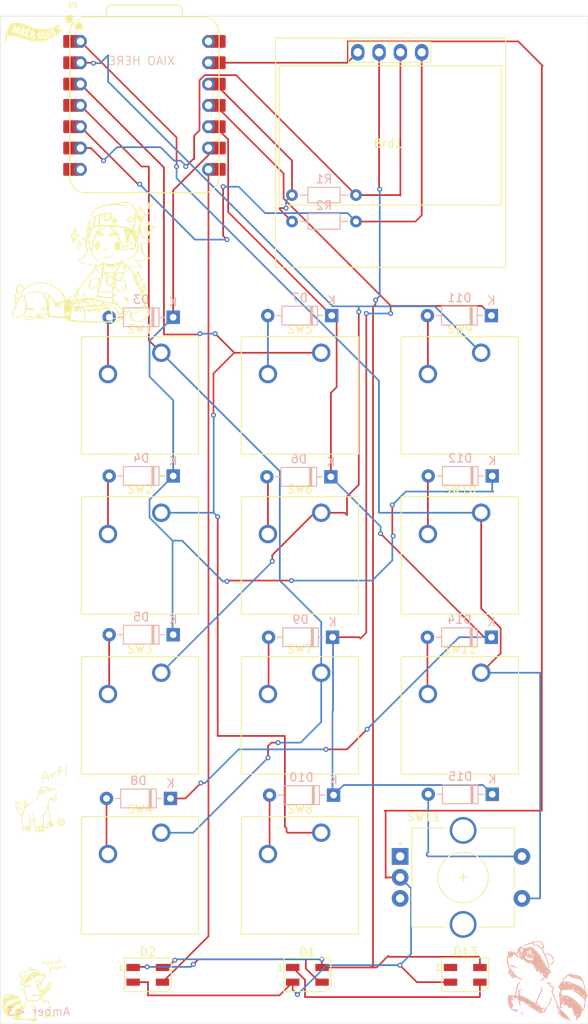
<source format=kicad_pcb>
(kicad_pcb (version 20240108) (generator "pcbnew") (generator_version "8.0")
  (layers (0 "F.Cu" signal) (31 "B.Cu" signal) (34 "B.Paste" user) (35 "F.Paste" user) (36 "B.SilkS" user "B.Silkscreen") (37 "F.SilkS" user "F.Silkscreen") (38 "B.Mask" user) (39 "F.Mask" user) (44 "Edge.Cuts" user))
  (net 0 "")
  (net 1 "+5V")
  (net 2 "GND")
  (net 3 "OLEDSDA")
  (net 4 "OLEDSCL")
  (net 5 "Net-(D1-DIN)")
  (net 6 "Net-(D1-DOUT)")
  (net 7 "NEOIN")
  (net 8 "Net-(D3-A)")
  (net 9 "ROW0")
  (net 10 "Net-(D4-A)")
  (net 11 "Net-(D5-A)")
  (net 12 "ROW1")
  (net 13 "Net-(D6-A)")
  (net 14 "Net-(D7-A)")
  (net 15 "Net-(D8-A)")
  (net 16 "Net-(D9-A)")
  (net 17 "ROW2")
  (net 18 "Net-(D10-A)")
  (net 19 "Net-(D11-A)")
  (net 20 "Net-(D12-A)")
  (net 22 "Net-(D14-A)")
  (net 23 "ROTENCS2")
  (net 24 "+3.3V")
  (net 25 "COL0")
  (net 26 "COL1")
  (net 27 "COL2")
  (net 28 "COL3")
  (net 29 "ROTENCB")
  (net 30 "ROTENCA")
  (footprint "3D:LED_SK6812MINI_PLCC4_3.5x3.5mm_P1.75mm_3D" (layer "F.Cu") (at 96.58 134.2485)
    (property "Reference" "D1" (at 0 -2.75 0) (layer "F.SilkS"))
    (property "Value" "SK6812MINI")
    (fp_text user "1" (at -3.2 -0.875 0) (layer "F.SilkS") (effects (font (size 0.8 0.8))))
    (pad "1" smd rect (at -1.75 -0.875) (size 1.6 0.85) (layers "F.Cu" "F.Paste" "F.Mask") (net 6 "Net-(D1-DOUT)"))
    (pad "2" smd rect (at -1.75 0.875) (size 1.6 0.85) (layers "F.Cu" "F.Paste" "F.Mask") (net 2 "GND"))
    (pad "3" smd rect (at 1.75 0.875) (size 1.6 0.85) (layers "F.Cu" "F.Paste" "F.Mask") (net 5 "Net-(D1-DIN)"))
    (pad "4" smd rect (at 1.75 -0.875) (size 1.6 0.85) (layers "F.Cu" "F.Paste" "F.Mask") (net 1 "+5V"))
  )
  (footprint "3D:SW_Cherry_MX_1.00u_PCB_3D" (layer "F.Cu") (at 98.2325 98.27475)
    (property "Reference" "SW7" (at -2.54 -2.794 0) (layer "F.SilkS"))
    (property "Value" "SW_Push_45deg")
    (pad "" np_thru_hole circle (at -7.62 5.08) (size 1.7 1.7) (drill 1.7) (layers "*.Cu" "*.Mask"))
    (pad "" np_thru_hole circle (at -2.54 5.08) (size 4 4) (drill 4) (layers "*.Cu" "*.Mask"))
    (pad "" np_thru_hole circle (at 2.54 5.08) (size 1.7 1.7) (drill 1.7) (layers "*.Cu" "*.Mask"))
    (pad "1" thru_hole circle (at 0 0) (size 2.2 2.2) (drill 1.5) (layers "*.Cu" "*.Mask") (net 25 "COL0"))
    (pad "2" thru_hole circle (at -6.35 2.54) (size 2.2 2.2) (drill 1.5) (layers "*.Cu" "*.Mask") (net 16 "Net-(D9-A)"))
  )
  (footprint "3D:LED_SK6812MINI_PLCC4_3.5x3.5mm_P1.75mm_3D" (layer "F.Cu") (at 77.58 134.2485)
    (property "Reference" "D2" (at 0 -2.75 0) (layer "F.SilkS"))
    (property "Value" "SK6812MINI")
    (fp_text user "1" (at -3.2 -0.875 0) (layer "F.SilkS") (effects (font (size 0.8 0.8))))
    (pad "1" smd rect (at -1.75 -0.875) (size 1.6 0.85) (layers "F.Cu" "F.Paste" "F.Mask") (net 5 "Net-(D1-DIN)"))
    (pad "2" smd rect (at -1.75 0.875) (size 1.6 0.85) (layers "F.Cu" "F.Paste" "F.Mask") (net 2 "GND"))
    (pad "3" smd rect (at 1.75 0.875) (size 1.6 0.85) (layers "F.Cu" "F.Paste" "F.Mask") (net 7 "NEOIN"))
    (pad "4" smd rect (at 1.75 -0.875) (size 1.6 0.85) (layers "F.Cu" "F.Paste" "F.Mask") (net 1 "+5V"))
  )
  (footprint "3D:XIAO-RP2040-DIP-3D" (layer "F.Cu") (at 77.18 30.72)
    (property "Reference" "U1" (at -8.5 -12 0) (layer "F.SilkS") (effects (font (size 0.635 0.635) (thickness 0.1016))))
    (property "Value" "XIAO-RP2040-DIP")
    (pad "1" smd roundrect (at -8.455 -7.62 180) (size 2.432 1.524) (layers "F.Cu" "F.Mask") (roundrect_rratio 0.1) (net 28 "COL3"))
    (pad "1" thru_hole circle (at -7.62 -7.62 180) (size 1.524 1.524) (drill 0.889) (layers "*.Cu" "*.Mask") (net 28 "COL3"))
    (pad "2" smd roundrect (at -8.455 -5.08 180) (size 2.432 1.524) (layers "F.Cu" "F.Mask") (roundrect_rratio 0.1) (net 27 "COL2"))
    (pad "2" thru_hole circle (at -7.62 -5.08 180) (size 1.524 1.524) (drill 0.889) (layers "*.Cu" "*.Mask") (net 27 "COL2"))
    (pad "3" smd roundrect (at -8.455 -2.54 180) (size 2.432 1.524) (layers "F.Cu" "F.Mask") (roundrect_rratio 0.1) (net 26 "COL1"))
    (pad "3" thru_hole circle (at -7.62 -2.54 180) (size 1.524 1.524) (drill 0.889) (layers "*.Cu" "*.Mask") (net 26 "COL1"))
    (pad "4" smd roundrect (at -8.455 0 180) (size 2.432 1.524) (layers "F.Cu" "F.Mask") (roundrect_rratio 0.1) (net 25 "COL0"))
    (pad "4" thru_hole circle (at -7.62 0 180) (size 1.524 1.524) (drill 0.889) (layers "*.Cu" "*.Mask") (net 25 "COL0"))
    (pad "5" smd roundrect (at -8.455 2.54 180) (size 2.432 1.524) (layers "F.Cu" "F.Mask") (roundrect_rratio 0.1) (net 3 "OLEDSDA"))
    (pad "5" thru_hole circle (at -7.62 2.54 180) (size 1.524 1.524) (drill 0.889) (layers "*.Cu" "*.Mask") (net 3 "OLEDSDA"))
    (pad "6" smd roundrect (at -8.455 5.08 180) (size 2.432 1.524) (layers "F.Cu" "F.Mask") (roundrect_rratio 0.1) (net 4 "OLEDSCL"))
    (pad "6" thru_hole circle (at -7.62 5.08 180) (size 1.524 1.524) (drill 0.889) (layers "*.Cu" "*.Mask") (net 4 "OLEDSCL"))
    (pad "7" smd roundrect (at -8.455 7.62 180) (size 2.432 1.524) (layers "F.Cu" "F.Mask") (roundrect_rratio 0.1))
    (pad "7" thru_hole circle (at -7.62 7.62 180) (size 1.524 1.524) (drill 0.889) (layers "*.Cu" "*.Mask"))
    (pad "8" thru_hole circle (at 7.62 7.62) (size 1.524 1.524) (drill 0.889) (layers "*.Cu" "*.Mask") (net 7 "NEOIN"))
    (pad "8" smd roundrect (at 8.455 7.62) (size 2.432 1.524) (layers "F.Cu" "F.Mask") (roundrect_rratio 0.1) (net 7 "NEOIN"))
    (pad "9" thru_hole circle (at 7.62 5.08) (size 1.524 1.524) (drill 0.889) (layers "*.Cu" "*.Mask") (net 9 "ROW0"))
    (pad "9" smd roundrect (at 8.455 5.08) (size 2.432 1.524) (layers "F.Cu" "F.Mask") (roundrect_rratio 0.1) (net 9 "ROW0"))
    (pad "10" thru_hole circle (at 7.62 2.54) (size 1.524 1.524) (drill 0.889) (layers "*.Cu" "*.Mask") (net 12 "ROW1"))
    (pad "10" smd roundrect (at 8.455 2.54) (size 2.432 1.524) (layers "F.Cu" "F.Mask") (roundrect_rratio 0.1) (net 12 "ROW1"))
    (pad "11" thru_hole circle (at 7.62 0) (size 1.524 1.524) (drill 0.889) (layers "*.Cu" "*.Mask") (net 17 "ROW2"))
    (pad "11" smd roundrect (at 8.455 0) (size 2.432 1.524) (layers "F.Cu" "F.Mask") (roundrect_rratio 0.1) (net 17 "ROW2"))
    (pad "12" thru_hole circle (at 7.62 -2.54) (size 1.524 1.524) (drill 0.889) (layers "*.Cu" "*.Mask") (net 24 "+3.3V"))
    (pad "12" smd roundrect (at 8.455 -2.54) (size 2.432 1.524) (layers "F.Cu" "F.Mask") (roundrect_rratio 0.1) (net 24 "+3.3V"))
    (pad "13" thru_hole circle (at 7.62 -5.08) (size 1.524 1.524) (drill 0.889) (layers "*.Cu" "*.Mask") (net 2 "GND"))
    (pad "13" smd roundrect (at 8.455 -5.08) (size 2.432 1.524) (layers "F.Cu" "F.Mask") (roundrect_rratio 0.1) (net 2 "GND"))
    (pad "14" thru_hole circle (at 7.62 -7.62) (size 1.524 1.524) (drill 0.889) (layers "*.Cu" "*.Mask"))
    (pad "14" smd roundrect (at 8.455 -7.62) (size 2.432 1.524) (layers "F.Cu" "F.Mask") (roundrect_rratio 0.1))
  )
  (footprint "3D:SW_Cherry_MX_1.00u_PCB_3D" (layer "F.Cu") (at 117.2825 98.27475)
    (property "Reference" "SW12" (at -2.54 -2.794 0) (layer "F.SilkS"))
    (property "Value" "SW_Push_45deg")
    (pad "" np_thru_hole circle (at -7.62 5.08) (size 1.7 1.7) (drill 1.7) (layers "*.Cu" "*.Mask"))
    (pad "" np_thru_hole circle (at -2.54 5.08) (size 4 4) (drill 4) (layers "*.Cu" "*.Mask"))
    (pad "" np_thru_hole circle (at 2.54 5.08) (size 1.7 1.7) (drill 1.7) (layers "*.Cu" "*.Mask"))
    (pad "1" thru_hole circle (at 0 0) (size 2.2 2.2) (drill 1.5) (layers "*.Cu" "*.Mask") (net 28 "COL3"))
    (pad "2" thru_hole circle (at -6.35 2.54) (size 2.2 2.2) (drill 1.5) (layers "*.Cu" "*.Mask") (net 22 "Net-(D14-A)"))
  )
  (footprint "3D:SW_Cherry_MX_1.00u_PCB_3D" (layer "F.Cu") (at 98.2325 79.22475)
    (property "Reference" "SW6" (at -2.54 -2.794 0) (layer "F.SilkS"))
    (property "Value" "SW_Push_45deg")
    (pad "" np_thru_hole circle (at -7.62 5.08) (size 1.7 1.7) (drill 1.7) (layers "*.Cu" "*.Mask"))
    (pad "" np_thru_hole circle (at -2.54 5.08) (size 4 4) (drill 4) (layers "*.Cu" "*.Mask"))
    (pad "" np_thru_hole circle (at 2.54 5.08) (size 1.7 1.7) (drill 1.7) (layers "*.Cu" "*.Mask"))
    (pad "1" thru_hole circle (at 0 0) (size 2.2 2.2) (drill 1.5) (layers "*.Cu" "*.Mask") (net 27 "COL2"))
    (pad "2" thru_hole circle (at -6.35 2.54) (size 2.2 2.2) (drill 1.5) (layers "*.Cu" "*.Mask") (net 13 "Net-(D6-A)"))
  )
  (footprint "3D:SW_Cherry_MX_1.00u_PCB_3D" (layer "F.Cu") (at 98.2325 117.32475)
    (property "Reference" "SW8" (at -2.54 -2.794 0) (layer "F.SilkS"))
    (property "Value" "SW_Push_45deg")
    (pad "" np_thru_hole circle (at -7.62 5.08) (size 1.7 1.7) (drill 1.7) (layers "*.Cu" "*.Mask"))
    (pad "" np_thru_hole circle (at -2.54 5.08) (size 4 4) (drill 4) (layers "*.Cu" "*.Mask"))
    (pad "" np_thru_hole circle (at 2.54 5.08) (size 1.7 1.7) (drill 1.7) (layers "*.Cu" "*.Mask"))
    (pad "1" thru_hole circle (at 0 0) (size 2.2 2.2) (drill 1.5) (layers "*.Cu" "*.Mask") (net 26 "COL1"))
    (pad "2" thru_hole circle (at -6.35 2.54) (size 2.2 2.2) (drill 1.5) (layers "*.Cu" "*.Mask") (net 18 "Net-(D10-A)"))
  )
  (footprint "LOGO" (layer "F.Cu") (at 64.82 136.03)
    (property "Reference" "G***" (hide yes))
    (property "Value" "LOGO" (hide yes))
  )
  (footprint "LOGO" (layer "F.Cu") (at 64.01 22.11)
    (property "Reference" "G***" (hide yes))
    (property "Value" "LOGO" (hide yes))
  )
  (footprint "3D:SW_Cherry_MX_1.00u_PCB_3D" (layer "F.Cu") (at 79.1825 98.27475)
    (property "Reference" "SW3" (at -2.54 -2.794 0) (layer "F.SilkS"))
    (property "Value" "SW_Push_45deg")
    (pad "" np_thru_hole circle (at -7.62 5.08) (size 1.7 1.7) (drill 1.7) (layers "*.Cu" "*.Mask"))
    (pad "" np_thru_hole circle (at -2.54 5.08) (size 4 4) (drill 4) (layers "*.Cu" "*.Mask"))
    (pad "" np_thru_hole circle (at 2.54 5.08) (size 1.7 1.7) (drill 1.7) (layers "*.Cu" "*.Mask"))
    (pad "1" thru_hole circle (at 0 0) (size 2.2 2.2) (drill 1.5) (layers "*.Cu" "*.Mask") (net 27 "COL2"))
    (pad "2" thru_hole circle (at -6.35 2.54) (size 2.2 2.2) (drill 1.5) (layers "*.Cu" "*.Mask") (net 11 "Net-(D5-A)"))
  )
  (footprint "3D:SW_Cherry_MX_1.00u_PCB_3D" (layer "F.Cu") (at 117.2825 79.22475)
    (property "Reference" "SW10" (at -2.54 -2.794 0) (layer "F.SilkS"))
    (property "Value" "SW_Push_45deg")
    (pad "" np_thru_hole circle (at -7.62 5.08) (size 1.7 1.7) (drill 1.7) (layers "*.Cu" "*.Mask"))
    (pad "" np_thru_hole circle (at -2.54 5.08) (size 4 4) (drill 4) (layers "*.Cu" "*.Mask"))
    (pad "" np_thru_hole circle (at 2.54 5.08) (size 1.7 1.7) (drill 1.7) (layers "*.Cu" "*.Mask"))
    (pad "1" thru_hole circle (at 0 0) (size 2.2 2.2) (drill 1.5) (layers "*.Cu" "*.Mask") (net 28 "COL3"))
    (pad "2" thru_hole circle (at -6.35 2.54) (size 2.2 2.2) (drill 1.5) (layers "*.Cu" "*.Mask") (net 20 "Net-(D12-A)"))
  )
  (footprint "3D:SW_Cherry_MX_1.00u_PCB_3D" (layer "F.Cu") (at 79.1825 79.22475)
    (property "Reference" "SW2" (at -2.54 -2.794 0) (layer "F.SilkS"))
    (property "Value" "SW_Push_45deg")
    (pad "" np_thru_hole circle (at -7.62 5.08) (size 1.7 1.7) (drill 1.7) (layers "*.Cu" "*.Mask"))
    (pad "" np_thru_hole circle (at -2.54 5.08) (size 4 4) (drill 4) (layers "*.Cu" "*.Mask"))
    (pad "" np_thru_hole circle (at 2.54 5.08) (size 1.7 1.7) (drill 1.7) (layers "*.Cu" "*.Mask"))
    (pad "1" thru_hole circle (at 0 0) (size 2.2 2.2) (drill 1.5) (layers "*.Cu" "*.Mask") (net 26 "COL1"))
    (pad "2" thru_hole circle (at -6.35 2.54) (size 2.2 2.2) (drill 1.5) (layers "*.Cu" "*.Mask") (net 10 "Net-(D4-A)"))
  )
  (footprint "LOGO" (layer "F.Cu") (at 70.563832 49.334464)
    (property "Reference" "G***" (hide yes))
    (property "Value" "LOGO" (hide yes))
  )
  (footprint "3D:RotaryEncoder_Alps_EC11E-Switch_Vertical_H20mm_CircularMountingHoles_3D" (layer "F.Cu") (at 107.63 120.1485)
    (property "Reference" "SW11" (at 2.8 -4.7 0) (layer "F.SilkS"))
    (property "Value" "RotaryEncoder_Switch")
    (pad "A" thru_hole rect (at 0 0) (size 2 2) (drill 1) (layers "*.Cu" "*.Mask") (net 30 "ROTENCA"))
    (pad "B" thru_hole circle (at 0 5) (size 2 2) (drill 1) (layers "*.Cu" "*.Mask") (net 29 "ROTENCB"))
    (pad "C" thru_hole circle (at 0 2.5) (size 2 2) (drill 1) (layers "*.Cu" "*.Mask") (net 2 "GND"))
    (pad "MP" thru_hole circle (at 7.5 -3.1) (size 3.2 3.2) (drill 2.6) (layers "*.Cu" "*.Mask"))
    (pad "MP" thru_hole circle (at 7.5 8.1) (size 3.2 3.2) (drill 2.6) (layers "*.Cu" "*.Mask"))
    (pad "S1" thru_hole circle (at 14.5 5) (size 2 2) (drill 1) (layers "*.Cu" "*.Mask") (net 28 "COL3"))
    (pad "S2" thru_hole circle (at 14.5 0) (size 2 2) (drill 1) (layers "*.Cu" "*.Mask") (net 23 "ROTENCS2"))
  )
  (footprint "3D:LED_SK6812MINI_PLCC4_3.5x3.5mm_P1.75mm_3D" (layer "F.Cu") (at 115.38 134.2485)
    (property "Reference" "D13" (at 0 -2.75 0) (layer "F.SilkS"))
    (property "Value" "SK6812MINI")
    (fp_text user "1" (at -3.2 -0.875 0) (layer "F.SilkS") (effects (font (size 0.8 0.8))))
    (pad "1" smd rect (at -1.75 -0.875) (size 1.6 0.85) (layers "F.Cu" "F.Paste" "F.Mask"))
    (pad "2" smd rect (at -1.75 0.875) (size 1.6 0.85) (layers "F.Cu" "F.Paste" "F.Mask") (net 2 "GND"))
    (pad "3" smd rect (at 1.75 0.875) (size 1.6 0.85) (layers "F.Cu" "F.Paste" "F.Mask") (net 6 "Net-(D1-DOUT)"))
    (pad "4" smd rect (at 1.75 -0.875) (size 1.6 0.85) (layers "F.Cu" "F.Paste" "F.Mask") (net 1 "+5V"))
  )
  (footprint "LOGO" (layer "F.Cu") (at 65.01 113.46)
    (property "Reference" "G***" (hide yes))
    (property "Value" "LOGO" (hide yes))
  )
  (footprint "3D:SW_Cherry_MX_1.00u_PCB_3D" (layer "F.Cu") (at 79.1825 117.32475)
    (property "Reference" "SW4" (at -2.54 -2.794 0) (layer "F.SilkS"))
    (property "Value" "SW_Push_45deg")
    (pad "" np_thru_hole circle (at -7.62 5.08) (size 1.7 1.7) (drill 1.7) (layers "*.Cu" "*.Mask"))
    (pad "" np_thru_hole circle (at -2.54 5.08) (size 4 4) (drill 4) (layers "*.Cu" "*.Mask"))
    (pad "" np_thru_hole circle (at 2.54 5.08) (size 1.7 1.7) (drill 1.7) (layers "*.Cu" "*.Mask"))
    (pad "1" thru_hole circle (at 0 0) (size 2.2 2.2) (drill 1.5) (layers "*.Cu" "*.Mask") (net 25 "COL0"))
    (pad "2" thru_hole circle (at -6.35 2.54) (size 2.2 2.2) (drill 1.5) (layers "*.Cu" "*.Mask") (net 15 "Net-(D8-A)"))
  )
  (footprint "OLED:128x64OLED" (layer "F.Cu") (at 106.2 35)
    (property "Reference" "Brd1" (at 0 0.254 0) (layer "F.SilkS"))
    (property "Value" "SSD1306")
    (pad "1" thru_hole oval (at -3.62 -10.6 90) (size 2 1.6) (drill 1) (layers "*.Cu" "*.Mask") (net 2 "GND"))
    (pad "2" thru_hole oval (at -1.08 -10.6 90) (size 2 1.6) (drill 1) (layers "*.Cu" "*.Mask") (net 1 "+5V"))
    (pad "3" thru_hole oval (at 1.46 -10.6 90) (size 2 1.6) (drill 1) (layers "*.Cu" "*.Mask") (net 4 "OLEDSCL"))
    (pad "4" thru_hole oval (at 4 -10.6 90) (size 2 1.6) (drill 1) (layers "*.Cu" "*.Mask") (net 3 "OLEDSDA"))
  )
  (footprint "3D:SW_Cherry_MX_1.00u_PCB_3D" (layer "F.Cu") (at 98.2325 60.17475)
    (property "Reference" "SW5" (at -2.54 -2.794 0) (layer "F.SilkS"))
    (property "Value" "SW_Push_45deg")
    (pad "" np_thru_hole circle (at -7.62 5.08) (size 1.7 1.7) (drill 1.7) (layers "*.Cu" "*.Mask"))
    (pad "" np_thru_hole circle (at -2.54 5.08) (size 4 4) (drill 4) (layers "*.Cu" "*.Mask"))
    (pad "" np_thru_hole circle (at 2.54 5.08) (size 1.7 1.7) (drill 1.7) (layers "*.Cu" "*.Mask"))
    (pad "1" thru_hole circle (at 0 0) (size 2.2 2.2) (drill 1.5) (layers "*.Cu" "*.Mask") (net 26 "COL1"))
    (pad "2" thru_hole circle (at -6.35 2.54) (size 2.2 2.2) (drill 1.5) (layers "*.Cu" "*.Mask") (net 14 "Net-(D7-A)"))
  )
  (footprint "3D:SW_Cherry_MX_1.00u_PCB_3D" (layer "F.Cu") (at 117.2825 60.17475)
    (property "Reference" "SW9" (at -2.54 -2.794 0) (layer "F.SilkS"))
    (property "Value" "SW_Push_45deg")
    (pad "" np_thru_hole circle (at -7.62 5.08) (size 1.7 1.7) (drill 1.7) (layers "*.Cu" "*.Mask"))
    (pad "" np_thru_hole circle (at -2.54 5.08) (size 4 4) (drill 4) (layers "*.Cu" "*.Mask"))
    (pad "" np_thru_hole circle (at 2.54 5.08) (size 1.7 1.7) (drill 1.7) (layers "*.Cu" "*.Mask"))
    (pad "1" thru_hole circle (at 0 0) (size 2.2 2.2) (drill 1.5) (layers "*.Cu" "*.Mask") (net 27 "COL2"))
    (pad "2" thru_hole circle (at -6.35 2.54) (size 2.2 2.2) (drill 1.5) (layers "*.Cu" "*.Mask") (net 19 "Net-(D11-A)"))
  )
  (footprint "3D:SW_Cherry_MX_1.00u_PCB_3D" (layer "F.Cu") (at 79.1825 60.17475)
    (property "Reference" "SW1" (at -2.54 -2.794 0) (layer "F.SilkS"))
    (property "Value" "SW_Push_45deg")
    (pad "" np_thru_hole circle (at -7.62 5.08) (size 1.7 1.7) (drill 1.7) (layers "*.Cu" "*.Mask"))
    (pad "" np_thru_hole circle (at -2.54 5.08) (size 4 4) (drill 4) (layers "*.Cu" "*.Mask"))
    (pad "" np_thru_hole circle (at 2.54 5.08) (size 1.7 1.7) (drill 1.7) (layers "*.Cu" "*.Mask"))
    (pad "1" thru_hole circle (at 0 0) (size 2.2 2.2) (drill 1.5) (layers "*.Cu" "*.Mask") (net 25 "COL0"))
    (pad "2" thru_hole circle (at -6.35 2.54) (size 2.2 2.2) (drill 1.5) (layers "*.Cu" "*.Mask") (net 8 "Net-(D3-A)"))
  )
  (footprint "DIODE:D_DO-35_SOD27_P7.62mm_Horizontal" (layer "B.Cu") (at 80.6 74.8485 180)
    (property "Reference" "D4" (at 3.81 2.12 0) (layer "B.SilkS") (effects (justify mirror)))
    (property "Value" "D")
    (fp_text user "K" (at 0 1.8 0) (layer "B.SilkS") (effects (justify mirror)))
    (pad "1" thru_hole rect (at 0 0 180) (size 1.6 1.6) (drill 0.8) (layers "*.Cu" "*.Mask") (net 9 "ROW0"))
    (pad "2" thru_hole oval (at 7.62 0 180) (size 1.6 1.6) (drill 0.8) (layers "*.Cu" "*.Mask") (net 10 "Net-(D4-A)"))
  )
  (footprint "Resistor_THT:R_Axial_DIN0204_L3.6mm_D1.6mm_P7.62mm_Horizontal" (layer "B.Cu") (at 102.37 44.5485 180)
    (property "Reference" "R2" (at 3.81 1.92 0) (layer "B.SilkS") (effects (justify mirror)))
    (property "Value" "R")
    (pad "1" thru_hole circle (at 0 0 180) (size 1.4 1.4) (drill 0.7) (layers "*.Cu" "*.Mask") (net 3 "OLEDSDA"))
    (pad "2" thru_hole oval (at 7.62 0 180) (size 1.4 1.4) (drill 0.7) (layers "*.Cu" "*.Mask") (net 24 "+3.3V"))
  )
  (footprint "DIODE:D_DO-35_SOD27_P7.62mm_Horizontal" (layer "B.Cu") (at 80.6 55.9485 180)
    (property "Reference" "D3" (at 3.81 2.12 0) (layer "B.SilkS") (effects (justify mirror)))
    (property "Value" "D")
    (fp_text user "K" (at 0 1.8 0) (layer "B.SilkS") (effects (justify mirror)))
    (pad "1" thru_hole rect (at 0 0 180) (size 1.6 1.6) (drill 0.8) (layers "*.Cu" "*.Mask") (net 9 "ROW0"))
    (pad "2" thru_hole oval (at 7.62 0 180) (size 1.6 1.6) (drill 0.8) (layers "*.Cu" "*.Mask") (net 8 "Net-(D3-A)"))
  )
  (footprint "DIODE:D_DO-35_SOD27_P7.62mm_Horizontal" (layer "B.Cu") (at 118.6 112.7485 180)
    (property "Reference" "D15" (at 3.81 2.12 0) (layer "B.SilkS") (effects (justify mirror)))
    (property "Value" "D")
    (fp_text user "K" (at 0 1.8 0) (layer "B.SilkS") (effects (justify mirror)))
    (pad "1" thru_hole rect (at 0 0 180) (size 1.6 1.6) (drill 0.8) (layers "*.Cu" "*.Mask") (net 17 "ROW2"))
    (pad "2" thru_hole oval (at 7.62 0 180) (size 1.6 1.6) (drill 0.8) (layers "*.Cu" "*.Mask") (net 23 "ROTENCS2"))
  )
  (footprint "DIODE:D_DO-35_SOD27_P7.62mm_Horizontal" (layer "B.Cu") (at 118.5 94.0485 180)
    (property "Reference" "D14" (at 3.81 2.12 0) (layer "B.SilkS") (effects (justify mirror)))
    (property "Value" "D")
    (fp_text user "K" (at 0 1.8 0) (layer "B.SilkS") (effects (justify mirror)))
    (pad "1" thru_hole rect (at 0 0 180) (size 1.6 1.6) (drill 0.8) (layers "*.Cu" "*.Mask") (net 12 "ROW1"))
    (pad "2" thru_hole oval (at 7.62 0 180) (size 1.6 1.6) (drill 0.8) (layers "*.Cu" "*.Mask") (net 22 "Net-(D14-A)"))
  )
  (footprint "DIODE:D_DO-35_SOD27_P7.62mm_Horizontal" (layer "B.Cu") (at 99.7 112.8485 180)
    (property "Reference" "D10" (at 3.81 2.12 0) (layer "B.SilkS") (effects (justify mirror)))
    (property "Value" "D")
    (fp_text user "K" (at 0 1.8 0) (layer "B.SilkS") (effects (justify mirror)))
    (pad "1" thru_hole rect (at 0 0 180) (size 1.6 1.6) (drill 0.8) (layers "*.Cu" "*.Mask") (net 17 "ROW2"))
    (pad "2" thru_hole oval (at 7.62 0 180) (size 1.6 1.6) (drill 0.8) (layers "*.Cu" "*.Mask") (net 18 "Net-(D10-A)"))
  )
  (footprint "DIODE:D_DO-35_SOD27_P7.62mm_Horizontal" (layer "B.Cu") (at 118.6 74.8485 180)
    (property "Reference" "D12" (at 3.81 2.12 0) (layer "B.SilkS") (effects (justify mirror)))
    (property "Value" "D")
    (fp_text user "K" (at 0 1.8 0) (layer "B.SilkS") (effects (justify mirror)))
    (pad "1" thru_hole rect (at 0 0 180) (size 1.6 1.6) (drill 0.8) (layers "*.Cu" "*.Mask") (net 9 "ROW0"))
    (pad "2" thru_hole oval (at 7.62 0 180) (size 1.6 1.6) (drill 0.8) (layers "*.Cu" "*.Mask") (net 20 "Net-(D12-A)"))
  )
  (footprint "DIODE:D_DO-35_SOD27_P7.62mm_Horizontal" (layer "B.Cu") (at 80.28 113.2485 180)
    (property "Reference" "D8" (at 3.81 2.12 0) (layer "B.SilkS") (effects (justify mirror)))
    (property "Value" "D")
    (fp_text user "K" (at 0 1.8 0) (layer "B.SilkS") (effects (justify mirror)))
    (pad "1" thru_hole rect (at 0 0 180) (size 1.6 1.6) (drill 0.8) (layers "*.Cu" "*.Mask") (net 12 "ROW1"))
    (pad "2" thru_hole oval (at 7.62 0 180) (size 1.6 1.6) (drill 0.8) (layers "*.Cu" "*.Mask") (net 15 "Net-(D8-A)"))
  )
  (footprint "Resistor_THT:R_Axial_DIN0204_L3.6mm_D1.6mm_P7.62mm_Horizontal" (layer "B.Cu") (at 102.37 41.3985 180)
    (property "Reference" "R1" (at 3.81 1.92 0) (layer "B.SilkS") (effects (justify mirror)))
    (property "Value" "R")
    (pad "1" thru_hole circle (at 0 0 180) (size 1.4 1.4) (drill 0.7) (layers "*.Cu" "*.Mask") (net 4 "OLEDSCL"))
    (pad "2" thru_hole oval (at 7.62 0 180) (size 1.4 1.4) (drill 0.7) (layers "*.Cu" "*.Mask") (net 24 "+3.3V"))
  )
  (footprint "DIODE:D_DO-35_SOD27_P7.62mm_Horizontal" (layer "B.Cu") (at 99.48 55.7485 180)
    (property "Reference" "D7" (at 3.81 2.12 0) (layer "B.SilkS") (effects (justify mirror)))
    (property "Value" "D")
    (fp_text user "K" (at 0 1.8 0) (layer "B.SilkS") (effects (justify mirror)))
    (pad "1" thru_hole rect (at 0 0 180) (size 1.6 1.6) (drill 0.8) (layers "*.Cu" "*.Mask") (net 12 "ROW1"))
    (pad "2" thru_hole oval (at 7.62 0 180) (size 1.6 1.6) (drill 0.8) (layers "*.Cu" "*.Mask") (net 14 "Net-(D7-A)"))
  )
  (footprint "DIODE:D_DO-35_SOD27_P7.62mm_Horizontal" (layer "B.Cu") (at 80.6 93.7485 180)
    (property "Reference" "D5" (at 3.81 2.12 0) (layer "B.SilkS") (effects (justify mirror)))
    (property "Value" "D")
    (fp_text user "K" (at 0 1.8 0) (layer "B.SilkS") (effects (justify mirror)))
    (pad "1" thru_hole rect (at 0 0 180) (size 1.6 1.6) (drill 0.8) (layers "*.Cu" "*.Mask") (net 9 "ROW0"))
    (pad "2" thru_hole oval (at 7.62 0 180) (size 1.6 1.6) (drill 0.8) (layers "*.Cu" "*.Mask") (net 11 "Net-(D5-A)"))
  )
  (footprint "LOGO" (layer "B.Cu") (at 124.92 134.97 180)
    (property "Reference" "G***" (hide yes))
    (property "Value" "LOGO" (hide yes))
  )
  (footprint "DIODE:D_DO-35_SOD27_P7.62mm_Horizontal" (layer "B.Cu") (at 99.38 74.9485 180)
    (property "Reference" "D6" (at 3.81 2.12 0) (layer "B.SilkS") (effects (justify mirror)))
    (property "Value" "D")
    (fp_text user "K" (at 0 1.8 0) (layer "B.SilkS") (effects (justify mirror)))
    (pad "1" thru_hole rect (at 0 0 180) (size 1.6 1.6) (drill 0.8) (layers "*.Cu" "*.Mask") (net 12 "ROW1"))
    (pad "2" thru_hole oval (at 7.62 0 180) (size 1.6 1.6) (drill 0.8) (layers "*.Cu" "*.Mask") (net 13 "Net-(D6-A)"))
  )
  (footprint "DIODE:D_DO-35_SOD27_P7.62mm_Horizontal" (layer "B.Cu") (at 99.58 94.0485 180)
    (property "Reference" "D9" (at 3.81 2.12 0) (layer "B.SilkS") (effects (justify mirror)))
    (property "Value" "D")
    (fp_text user "K" (at 0 1.8 0) (layer "B.SilkS") (effects (justify mirror)))
    (pad "1" thru_hole rect (at 0 0 180) (size 1.6 1.6) (drill 0.8) (layers "*.Cu" "*.Mask") (net 17 "ROW2"))
    (pad "2" thru_hole oval (at 7.62 0 180) (size 1.6 1.6) (drill 0.8) (layers "*.Cu" "*.Mask") (net 16 "Net-(D9-A)"))
  )
  (footprint "DIODE:D_DO-35_SOD27_P7.62mm_Horizontal" (layer "B.Cu") (at 118.5 55.7485 180)
    (property "Reference" "D11" (at 3.81 2.12 0) (layer "B.SilkS") (effects (justify mirror)))
    (property "Value" "D")
    (fp_text user "K" (at 0 1.8 0) (layer "B.SilkS") (effects (justify mirror)))
    (pad "1" thru_hole rect (at 0 0 180) (size 1.6 1.6) (drill 0.8) (layers "*.Cu" "*.Mask") (net 17 "ROW2"))
    (pad "2" thru_hole oval (at 7.62 0 180) (size 1.6 1.6) (drill 0.8) (layers "*.Cu" "*.Mask") (net 19 "Net-(D11-A)"))
  )
  (gr_rect (start 60 20.1) (end 130 140.1) (stroke (width 0.05)) (fill none) (layer "Edge.Cuts"))
  (gr_text "XIAO HERE\n" (at 80.9 26 0) (layer "B.SilkS") (effects (font (size 1 1) (thickness 0.1)) (justify left bottom mirror)))
  (gr_text "Amber <3\n" (at 68.4 139.2 0) (layer "B.SilkS") (effects (font (size 1 1) (thickness 0.1)) (justify left bottom mirror)))
  (segment (start 104.7 54.4) (end 104.4 54.7) (width 0.2) (layer "F.Cu") (net 1))
  (segment (start 104.2 133.3) (end 104.1265 133.3735) (width 0.2) (layer "F.Cu") (net 1))
  (segment (start 105.12 40.62) (end 105.2 40.7) (width 0.2) (layer "F.Cu") (net 1))
  (segment (start 104 133.3735) (end 98.33 133.3735) (width 0.2) (layer "F.Cu") (net 1))
  (segment (start 98.3 133.3435) (end 98.33 133.3735) (width 0.2) (layer "F.Cu") (net 1))
  (segment (start 104.7 53.9) (end 104.7 54.4) (width 0.2) (layer "F.Cu") (net 1))
  (segment (start 104.4 54.7) (end 104.4 133.3) (width 0.2) (layer "F.Cu") (net 1))
  (segment (start 79.33 133.3735) (end 79.9265 133.3735) (width 0.2) (layer "F.Cu") (net 1))
  (segment (start 104.8265 133.3735) (end 104 133.3735) (width 0.2) (layer "F.Cu") (net 1))
  (segment (start 117.13 132.23) (end 117 132.1) (width 0.2) (layer "F.Cu") (net 1))
  (segment (start 117.13 133.3735) (end 117.13 132.23) (width 0.2) (layer "F.Cu") (net 1))
  (segment (start 98.3 132.4) (end 98.3 133.3435) (width 0.2) (layer "F.Cu") (net 1))
  (segment (start 104.4 133.3) (end 104.2 133.3) (width 0.2) (layer "F.Cu") (net 1))
  (segment (start 79.9265 133.3735) (end 80.8 132.5) (width 0.2) (layer "F.Cu") (net 1))
  (segment (start 105.12 24.4) (end 105.12 40.62) (width 0.2) (layer "F.Cu") (net 1))
  (segment (start 117 132.1) (end 106.3 132.1) (width 0.2) (layer "F.Cu") (net 1))
  (segment (start 106.3 132.1) (end 106.2 132) (width 0.2) (layer "F.Cu") (net 1))
  (segment (start 106.2 132) (end 104.8265 133.3735) (width 0.2) (layer "F.Cu") (net 1))
  (segment (start 104.1265 133.3735) (end 104 133.3735) (width 0.2) (layer "F.Cu") (net 1))
  (via (at 105.2 40.7) (size 0.6) (drill 0.3) (layers "F.Cu" "B.Cu") (net 1))
  (via (at 98.3 132.4) (size 0.6) (drill 0.3) (layers "F.Cu" "B.Cu") (net 1))
  (via (at 104.7 53.9) (size 0.6) (drill 0.3) (layers "F.Cu" "B.Cu") (net 1))
  (via (at 80.8 132.5) (size 0.6) (drill 0.3) (layers "F.Cu" "B.Cu") (net 1))
  (segment (start 105.2 48.9) (end 105.2 53.4) (width 0.2) (layer "B.Cu") (net 1))
  (segment (start 105.2 40.7) (end 105.2 48.9) (width 0.2) (layer "B.Cu") (net 1))
  (segment (start 80.8 132.5) (end 80.9 132.4) (width 0.2) (layer "B.Cu") (net 1))
  (segment (start 105.2 53.4) (end 104.7 53.9) (width 0.2) (layer "B.Cu") (net 1))
  (segment (start 80.9 132.4) (end 98.3 132.4) (width 0.2) (layer "B.Cu") (net 1))
  (segment (start 77.6 136.7) (end 93.2535 136.7) (width 0.2) (layer "F.Cu") (net 2))
  (segment (start 94.83 135.1235) (end 94.83 136.03) (width 0.2) (layer "F.Cu") (net 2))
  (segment (start 101.4 25.58) (end 101.34 25.64) (width 0.2) (layer "F.Cu") (net 2))
  (segment (start 113.63 135.1235) (end 109.6235 135.1235) (width 0.2) (layer "F.Cu") (net 2))
  (segment (start 124.6 26) (end 121.7 23.1) (width 0.2) (layer "F.Cu") (net 2))
  (segment (start 77.5765 135.1235) (end 77.6 135.1) (width 0.2) (layer "F.Cu") (net 2))
  (segment (start 94.83 136.03) (end 95.4 136.6) (width 0.2) (layer "F.Cu") (net 2))
  (segment (start 121.7 23.1) (end 101.4 23.1) (width 0.2) (layer "F.Cu") (net 2))
  (segment (start 105.9 122.7) (end 105.9 114.8) (width 0.2) (layer "F.Cu") (net 2))
  (segment (start 101.34 25.64) (end 102.58 24.4) (width 0.2) (layer "F.Cu") (net 2))
  (segment (start 105.9515 122.6485) (end 105.9 122.7) (width 0.2) (layer "F.Cu") (net 2))
  (segment (start 124.5 26.1) (end 124.6 26) (width 0.2) (layer "F.Cu") (net 2))
  (segment (start 105.8 114.7) (end 124.5 114.7) (width 0.2) (layer "F.Cu") (net 2))
  (segment (start 75.83 135.1235) (end 77.5765 135.1235) (width 0.2) (layer "F.Cu") (net 2))
  (segment (start 107.63 122.6485) (end 105.9515 122.6485) (width 0.2) (layer "F.Cu") (net 2))
  (segment (start 124.5 114.7) (end 124.5 26.1) (width 0.2) (layer "F.Cu") (net 2))
  (segment (start 77.6 135.1) (end 77.6 136.7) (width 0.2) (layer "F.Cu") (net 2))
  (segment (start 101.4 23.1) (end 101.4 25.58) (width 0.2) (layer "F.Cu") (net 2))
  (segment (start 105.9 114.8) (end 105.8 114.7) (width 0.2) (layer "F.Cu") (net 2))
  (segment (start 109.6235 135.1235) (end 107.6 133.1) (width 0.2) (layer "F.Cu") (net 2))
  (segment (start 84.8 25.64) (end 101.34 25.64) (width 0.2) (layer "F.Cu") (net 2))
  (segment (start 93.2535 136.7) (end 94.83 135.1235) (width 0.2) (layer "F.Cu") (net 2))
  (via (at 95.4 136.6) (size 0.6) (drill 0.3) (layers "F.Cu" "B.Cu") (net 2))
  (via (at 107.6 133.1) (size 0.6) (drill 0.3) (layers "F.Cu" "B.Cu") (net 2))
  (segment (start 108.93 123.9485) (end 107.63 122.6485) (width 0.2) (layer "B.Cu") (net 2))
  (segment (start 98.9 133.1) (end 107.6 133.1) (width 0.2) (layer "B.Cu") (net 2))
  (segment (start 95.4 136.6) (end 98.9 133.1) (width 0.2) (layer "B.Cu") (net 2))
  (segment (start 107.6 133.1) (end 108.93 131.77) (width 0.2) (layer "B.Cu") (net 2))
  (segment (start 108.93 131.77) (end 108.93 123.9485) (width 0.2) (layer "B.Cu") (net 2))
  (segment (start 76.4 40.1) (end 76.6 40.1) (width 0.2) (layer "F.Cu") (net 3))
  (segment (start 69.56 33.26) (end 76.4 40.1) (width 0.2) (layer "F.Cu") (net 3))
  (segment (start 109.4515 44.5485) (end 102.37 44.5485) (width 0.2) (layer "F.Cu") (net 3))
  (segment (start 87 46.7) (end 86.551 46.251) (width 0.2) (layer "F.Cu") (net 3))
  (segment (start 86.551 46.251) (end 86.551 40.4) (width 0.2) (layer "F.Cu") (net 3))
  (segment (start 110.2 24.4) (end 110.2 43.8) (width 0.2) (layer "F.Cu") (net 3))
  (segment (start 110.2 43.8) (end 109.4515 44.5485) (width 0.2) (layer "F.Cu") (net 3))
  (via (at 76.6 40.1) (size 0.6) (drill 0.3) (layers "F.Cu" "B.Cu") (net 3))
  (via (at 87 46.7) (size 0.6) (drill 0.3) (layers "F.Cu" "B.Cu") (net 3))
  (via (at 86.551 40.4) (size 0.6) (drill 0.3) (layers "F.Cu" "B.Cu") (net 3))
  (segment (start 86.551 40.4) (end 88.4 40.4) (width 0.2) (layer "B.Cu") (net 3))
  (segment (start 83.2 46.7) (end 76.6 40.1) (width 0.2) (layer "B.Cu") (net 3))
  (segment (start 87 46.7) (end 83.2 46.7) (width 0.2) (layer "B.Cu") (net 3))
  (segment (start 88.4 40.4) (end 91.5485 43.5485) (width 0.2) (layer "B.Cu") (net 3))
  (segment (start 91.5485 43.5485) (end 101.37 43.5485) (width 0.2) (layer "B.Cu") (net 3))
  (segment (start 101.37 43.5485) (end 102.37 44.5485) (width 0.2) (layer "B.Cu") (net 3))
  (segment (start 83 37.1) (end 83.1 37.1) (width 0.2) (layer "F.Cu") (net 4))
  (segment (start 107.66 24.4) (end 107.66 41.46) (width 0.2) (layer "F.Cu") (net 4))
  (segment (start 107.5985 41.3985) (end 102.37 41.3985) (width 0.2) (layer "F.Cu") (net 4))
  (segment (start 88.0895 27.118) (end 102.37 41.3985) (width 0.2) (layer "F.Cu") (net 4))
  (segment (start 82.1 38) (end 83 37.1) (width 0.2) (layer "F.Cu") (net 4))
  (segment (start 83.738 33.699895) (end 83.738 27.740105) (width 0.2) (layer "F.Cu") (net 4))
  (segment (start 83.1 37.1) (end 83.1 34.337895) (width 0.2) (layer "F.Cu") (net 4))
  (segment (start 69.56 35.8) (end 70.8 35.8) (width 0.2) (layer "F.Cu") (net 4))
  (segment (start 107.66 41.46) (end 107.5985 41.3985) (width 0.2) (layer "F.Cu") (net 4))
  (segment (start 83.1 34.337895) (end 83.738 33.699895) (width 0.2) (layer "F.Cu") (net 4))
  (segment (start 83.738 27.740105) (end 84.360105 27.118) (width 0.2) (layer "F.Cu") (net 4))
  (segment (start 70.8 35.8) (end 72.3 37.3) (width 0.2) (layer "F.Cu") (net 4))
  (segment (start 84.360105 27.118) (end 88.0895 27.118) (width 0.2) (layer "F.Cu") (net 4))
  (via (at 72.3 37.3) (size 0.6) (drill 0.3) (layers "F.Cu" "B.Cu") (net 4))
  (via (at 82.1 38) (size 0.6) (drill 0.3) (layers "F.Cu" "B.Cu") (net 4))
  (segment (start 82.1 37.9) (end 82.1 38) (width 0.2) (layer "B.Cu") (net 4))
  (segment (start 80.7 37.3) (end 81.5 37.3) (width 0.2) (layer "B.Cu") (net 4))
  (segment (start 73.9 35.7) (end 79 35.7) (width 0.2) (layer "B.Cu") (net 4))
  (segment (start 72.3 37.3) (end 73.9 35.7) (width 0.2) (layer "B.Cu") (net 4))
  (segment (start 79.1 35.7) (end 79 35.7) (width 0.2) (layer "B.Cu") (net 4))
  (segment (start 81.5 37.3) (end 82.1 37.9) (width 0.2) (layer "B.Cu") (net 4))
  (segment (start 79.1 35.7) (end 80.7 37.3) (width 0.2) (layer "B.Cu") (net 4))
  (segment (start 98.0235 135.1235) (end 96.6 133.7) (width 0.2) (layer "F.Cu") (net 5))
  (segment (start 77.5 133.3) (end 75.9035 133.3) (width 0.2) (layer "F.Cu") (net 5))
  (segment (start 83.6 132.4) (end 83 133) (width 0.2) (layer "F.Cu") (net 5))
  (segment (start 96.4 132.4) (end 83.6 132.4) (width 0.2) (layer "F.Cu") (net 5))
  (segment (start 96.4 133.5) (end 96.4 132.4) (width 0.2) (layer "F.Cu") (net 5))
  (segment (start 96.6 133.7) (end 96.4 133.5) (width 0.2) (layer "F.Cu") (net 5))
  (segment (start 75.9035 133.3) (end 75.83 133.3735) (width 0.2) (layer "F.Cu") (net 5))
  (segment (start 98.33 135.1235) (end 98.0235 135.1235) (width 0.2) (layer "F.Cu") (net 5))
  (via (at 77.5 133.3) (size 0.6) (drill 0.3) (layers "F.Cu" "B.Cu") (net 5))
  (via (at 83 133) (size 0.6) (drill 0.3) (layers "F.Cu" "B.Cu") (net 5))
  (segment (start 82.7 133.3) (end 77.5 133.3) (width 0.2) (layer "B.Cu") (net 5))
  (segment (start 83 133) (end 82.7 133.3) (width 0.2) (layer "B.Cu") (net 5))
  (segment (start 117.13 136.87) (end 117.1 136.9) (width 0.2) (layer "F.Cu") (net 6))
  (segment (start 117.13 135.1235) (end 117.13 136.87) (width 0.2) (layer "F.Cu") (net 6))
  (segment (start 96.3 134.8435) (end 94.83 133.3735) (width 0.2) (layer "F.Cu") (net 6))
  (segment (start 96.3 136.9) (end 96.3 134.8435) (width 0.2) (layer "F.Cu") (net 6))
  (segment (start 117.1 136.9) (end 96.3 136.9) (width 0.2) (layer "F.Cu") (net 6))
  (segment (start 84.8 129.6535) (end 79.33 135.1235) (width 0.2) (layer "F.Cu") (net 7))
  (segment (start 84.8 38.34) (end 85.635 38.34) (width 0.2) (layer "F.Cu") (net 7))
  (segment (start 84.8 38.34) (end 84.8 129.6535) (width 0.2) (layer "F.Cu") (net 7))
  (segment (start 72.8325 56.096) (end 72.98 55.9485) (width 0.2) (layer "F.Cu") (net 8))
  (segment (start 72.8325 62.71475) (end 72.8325 56.096) (width 0.2) (layer "F.Cu") (net 8))
  (segment (start 80.6 40.835) (end 80.6 55.9485) (width 0.2) (layer "F.Cu") (net 9))
  (segment (start 87.1 87.3) (end 87 87.4) (width 0.2) (layer "F.Cu") (net 9))
  (segment (start 106.7 81.9) (end 106.8 82) (width 0.2) (layer "F.Cu") (net 9))
  (segment (start 94.7 87.3) (end 87.1 87.3) (width 0.2) (layer "F.Cu") (net 9))
  (segment (start 85.635 35.8) (end 80.6 40.835) (width 0.2) (layer "F.Cu") (net 9))
  (segment (start 106.7 78.3) (end 106.7 81.9) (width 0.2) (layer "F.Cu") (net 9))
  (via (at 87 87.4) (size 0.6) (drill 0.3) (layers "F.Cu" "B.Cu") (net 9))
  (via (at 106.8 82) (size 0.6) (drill 0.3) (layers "F.Cu" "B.Cu") (net 9))
  (via (at 94.7 87.3) (size 0.6) (drill 0.3) (layers "F.Cu" "B.Cu") (net 9))
  (via (at 106.7 78.3) (size 0.6) (drill 0.3) (layers "F.Cu" "B.Cu") (net 9))
  (segment (start 108.3 76.7) (end 106.7 78.3) (width 0.2) (layer "B.Cu") (net 9))
  (segment (start 104.3 87.3) (end 94.7 87.3) (width 0.2) (layer "B.Cu") (net 9))
  (segment (start 81.659455 82.544649) (end 80.5225 82.544649) (width 0.2) (layer "B.Cu") (net 9))
  (segment (start 118.7 76.7) (end 108.3 76.7) (width 0.2) (layer "B.Cu") (net 9))
  (segment (start 80.6 74.8485) (end 80.6 65.829306) (width 0.2) (layer "B.Cu") (net 9))
  (segment (start 86.514806 87.4) (end 81.659455 82.544649) (width 0.2) (layer "B.Cu") (net 9))
  (segment (start 77.7825 77.666) (end 80.6 74.8485) (width 0.2) (layer "B.Cu") (net 9))
  (segment (start 106.8 82) (end 106.7 82.1) (width 0.2) (layer "B.Cu") (net 9))
  (segment (start 77.7825 79.804649) (end 77.7825 77.666) (width 0.2) (layer "B.Cu") (net 9))
  (segment (start 80.5225 93.671) (end 80.5225 82.544649) (width 0.2) (layer "B.Cu") (net 9))
  (segment (start 87 87.4) (end 86.514806 87.4) (width 0.2) (layer "B.Cu") (net 9))
  (segment (start 106.7 84.9) (end 104.3 87.3) (width 0.2) (layer "B.Cu") (net 9))
  (segment (start 80.5225 82.544649) (end 77.7825 79.804649) (width 0.2) (layer "B.Cu") (net 9))
  (segment (start 118.6 76.6) (end 118.7 76.7) (width 0.2) (layer "B.Cu") (net 9))
  (segment (start 118.6 74.8485) (end 118.6 76.6) (width 0.2) (layer "B.Cu") (net 9))
  (segment (start 77.7825 58.766) (end 80.6 55.9485) (width 0.2) (layer "B.Cu") (net 9))
  (segment (start 80.6 93.7485) (end 80.5225 93.671) (width 0.2) (layer "B.Cu") (net 9))
  (segment (start 80.6 65.829306) (end 77.7825 63.011806) (width 0.2) (layer "B.Cu") (net 9))
  (segment (start 77.7825 63.011806) (end 77.7825 58.766) (width 0.2) (layer "B.Cu") (net 9))
  (segment (start 106.7 82.1) (end 106.7 84.9) (width 0.2) (layer "B.Cu") (net 9))
  (segment (start 72.8325 81.76475) (end 72.8325 74.996) (width 0.2) (layer "F.Cu") (net 10))
  (segment (start 72.8325 74.996) (end 72.98 74.8485) (width 0.2) (layer "F.Cu") (net 10))
  (segment (start 72.98 93.7485) (end 72.98 100.66725) (width 0.2) (layer "F.Cu") (net 11))
  (segment (start 72.98 100.66725) (end 72.8325 100.81475) (width 0.2) (layer "F.Cu") (net 11))
  (segment (start 98.8 107.4) (end 101.3 107.4) (width 0.2) (layer "F.Cu") (net 12))
  (segment (start 100.065097 56.333597) (end 100.065097 64.265097) (width 0.2) (layer "F.Cu") (net 12))
  (segment (start 99.38 64.950194) (end 99.38 74.9485) (width 0.2) (layer "F.Cu") (net 12))
  (segment (start 101.3 107.4) (end 103.7 105) (width 0.2) (layer "F.Cu") (net 12))
  (segment (start 82.0515 113.2485) (end 83.9 111.4) (width 0.2) (layer "F.Cu") (net 12))
  (segment (start 87.151 34.776) (end 87.151 43.4195) (width 0.2) (layer "F.Cu") (net 12))
  (segment (start 117.6485 94.0485) (end 105.3 81.7) (width 0.2) (layer "F.Cu") (net 12))
  (segment (start 100.065097 64.265097) (end 99.38 64.950194) (width 0.2) (layer "F.Cu") (net 12))
  (segment (start 99.48 55.7485) (end 100.065097 56.333597) (width 0.2) (layer "F.Cu") (net 12))
  (segment (start 85.635 33.26) (end 87.151 34.776) (width 0.2) (layer "F.Cu") (net 12))
  (segment (start 80.28 113.2485) (end 82.0515 113.2485) (width 0.2) (layer "F.Cu") (net 12))
  (segment (start 84.8 33.26) (end 85.635 33.26) (width 0.2) (layer "F.Cu") (net 12))
  (segment (start 118.5 94.0485) (end 117.6485 94.0485) (width 0.2) (layer "F.Cu") (net 12))
  (segment (start 87.151 43.4195) (end 99.48 55.7485) (width 0.2) (layer "F.Cu") (net 12))
  (via (at 98.8 107.4) (size 0.6) (drill 0.3) (layers "F.Cu" "B.Cu") (net 12))
  (via (at 103.7 105) (size 0.6) (drill 0.3) (layers "F.Cu" "B.Cu") (net 12))
  (via (at 105.3 81.7) (size 0.6) (drill 0.3) (layers "F.Cu" "B.Cu") (net 12))
  (via (at 83.9 111.4) (size 0.6) (drill 0.3) (layers "F.Cu" "B.Cu") (net 12))
  (segment (start 105.3 81.7) (end 105.3 80.8685) (width 0.2) (layer "B.Cu") (net 12))
  (segment (start 84.4 111.4) (end 88.4 107.4) (width 0.2) (layer "B.Cu") (net 12))
  (segment (start 103.7 105) (end 114.6515 94.0485) (width 0.2) (layer "B.Cu") (net 12))
  (segment (start 83.9 111.4) (end 84.4 111.4) (width 0.2) (layer "B.Cu") (net 12))
  (segment (start 105.3 80.8685) (end 99.38 74.9485) (width 0.2) (layer "B.Cu") (net 12))
  (segment (start 114.6515 94.0485) (end 118.5 94.0485) (width 0.2) (layer "B.Cu") (net 12))
  (segment (start 88.4 107.4) (end 98.8 107.4) (width 0.2) (layer "B.Cu") (net 12))
  (segment (start 91.8825 75.071) (end 91.76 74.9485) (width 0.2) (layer "F.Cu") (net 13))
  (segment (start 91.8825 81.76475) (end 91.8825 75.071) (width 0.2) (layer "F.Cu") (net 13))
  (segment (start 91.8825 55.771) (end 91.86 55.7485) (width 0.2) (layer "B.Cu") (net 14))
  (segment (start 91.8825 62.71475) (end 91.8825 55.771) (width 0.2) (layer "B.Cu") (net 14))
  (segment (start 72.66 113.2485) (end 72.66 119.69225) (width 0.2) (layer "F.Cu") (net 15))
  (segment (start 72.66 119.69225) (end 72.8325 119.86475) (width 0.2) (layer "F.Cu") (net 15))
  (segment (start 91.96 94.0485) (end 91.96 100.73725) (width 0.2) (layer "F.Cu") (net 16))
  (segment (start 91.96 100.73725) (end 91.8825 100.81475) (width 0.2) (layer "F.Cu") (net 16))
  (segment (start 106.537286 54.6) (end 117.3515 54.6) (width 0.2) (layer "F.Cu") (net 17))
  (segment (start 102.9 94.2) (end 103.6 93.5) (width 0.2) (layer "F.Cu") (net 17))
  (segment (start 102.7485 94.0485) (end 102.9 94.2) (width 0.2) (layer "F.Cu") (net 17))
  (segment (start 106.5 54.637286) (end 106.537286 54.6) (width 0.2) (layer "F.Cu") (net 17))
  (segment (start 106.5 55.5) (end 106.5 54.637286) (width 0.2) (layer "F.Cu") (net 17))
  (segment (start 99.58 94.0485) (end 102.7485 94.0485) (width 0.2) (layer "F.Cu") (net 17))
  (segment (start 117.3515 54.6) (end 118.5 55.7485) (width 0.2) (layer "F.Cu") (net 17))
  (segment (start 103.6 93.5) (end 103.6 55.5) (width 0.2) (layer "F.Cu") (net 17))
  (segment (start 85.635 30.72) (end 93.75 38.835) (width 0.2) (layer "F.Cu") (net 17))
  (segment (start 93.75 38.835) (end 93.75 41.812714) (width 0.2) (layer "F.Cu") (net 17))
  (segment (start 93.75 41.812714) (end 106.537286 54.6) (width 0.2) (layer "F.Cu") (net 17))
  (via (at 103.6 55.5) (size 0.6) (drill 0.3) (layers "F.Cu" "B.Cu") (net 17))
  (via (at 106.5 55.5) (size 0.6) (drill 0.3) (layers "F.Cu" "B.Cu") (net 17))
  (segment (start 103.6 55.5) (end 106.5 55.5) (width 0.2) (layer "B.Cu") (net 17))
  (segment (start 99.6325 94.101) (end 99.6325 102.797694) (width 0.2) (layer "B.Cu") (net 17))
  (segment (start 100.9 111.6485) (end 99.7 112.8485) (width 0.2) (layer "B.Cu") (net 17))
  (segment (start 118.6 112.7485) (end 117.5 111.6485) (width 0.2) (layer "B.Cu") (net 17))
  (segment (start 99.5725 112.721) (end 99.7 112.8485) (width 0.2) (layer "B.Cu") (net 17))
  (segment (start 99.58 94.0485) (end 99.6325 94.101) (width 0.2) (layer "B.Cu") (net 17))
  (segment (start 99.6325 102.797694) (end 99.5725 102.857694) (width 0.2) (layer "B.Cu") (net 17))
  (segment (start 99.5725 102.857694) (end 99.5725 112.721) (width 0.2) (layer "B.Cu") (net 17))
  (segment (start 117.5 111.6485) (end 100.9 111.6485) (width 0.2) (layer "B.Cu") (net 17))
  (segment (start 92.08 119.66725) (end 91.8825 119.86475) (width 0.2) (layer "F.Cu") (net 18))
  (segment (start 92.08 112.8485) (end 92.08 119.66725) (width 0.2) (layer "F.Cu") (net 18))
  (segment (start 110.9325 55.801) (end 110.88 55.7485) (width 0.2) (layer "F.Cu") (net 19))
  (segment (start 110.9325 62.71475) (end 110.9325 55.801) (width 0.2) (layer "F.Cu") (net 19))
  (segment (start 110.9325 74.896) (end 110.98 74.8485) (width 0.2) (layer "F.Cu") (net 20))
  (segment (start 110.9325 81.76475) (end 110.9325 74.896) (width 0.2) (layer "F.Cu") (net 20))
  (segment (start 110.88 94.0485) (end 110.88 100.76225) (width 0.2) (layer "F.Cu") (net 22))
  (segment (start 110.88 100.76225) (end 110.9325 100.81475) (width 0.2) (layer "F.Cu") (net 22))
  (segment (start 110.8 120) (end 110.8 119.8) (width 0.2) (layer "B.Cu") (net 23))
  (segment (start 122.13 120.1485) (end 110.9485 120.1485) (width 0.2) (layer "B.Cu") (net 23))
  (segment (start 110.8 119.8) (end 110.98 119.62) (width 0.2) (layer "B.Cu") (net 23))
  (segment (start 110.98 119.62) (end 110.98 112.7485) (width 0.2) (layer "B.Cu") (net 23))
  (segment (start 110.9485 120.1485) (end 110.8 120) (width 0.2) (layer "B.Cu") (net 23))
  (segment (start 93.3 43.0985) (end 93.3 42.9485) (width 0.2) (layer "F.Cu") (net 24))
  (segment (start 93.3 42.9485) (end 94.037259 42.9485) (width 0.2) (layer "F.Cu") (net 24))
  (segment (start 94.75 44.5485) (end 93.3 43.0985) (width 0.2) (layer "F.Cu") (net 24))
  (segment (start 85.635 28.18) (end 94.75 37.295) (width 0.2) (layer "F.Cu") (net 24))
  (segment (start 94.75 37.295) (end 94.75 41.3985) (width 0.2) (layer "F.Cu") (net 24))
  (via (at 94.037259 42.9485) (size 0.6) (drill 0.3) (layers "F.Cu" "B.Cu") (net 24))
  (segment (start 94.037259 42.9485) (end 94.037259 42.111241) (width 0.2) (layer "B.Cu") (net 24))
  (segment (start 94.037259 42.111241) (end 94.75 41.3985) (width 0.2) (layer "B.Cu") (net 24))
  (segment (start 92.3 106.6) (end 93.1 106.6) (width 0.2) (layer "F.Cu") (net 25))
  (segment (start 91.9 107) (end 92.3 106.6) (width 0.2) (layer "F.Cu") (net 25))
  (segment (start 77.7 38) (end 77.7 58.69225) (width 0.2) (layer "F.Cu") (net 25))
  (segment (start 91.9 108.4) (end 91.9 107) (width 0.2) (layer "F.Cu") (net 25))
  (segment (start 77.7 58.69225) (end 79.1825 60.17475) (width 0.2) (layer "F.Cu") (net 25))
  (segment (start 76.84 38) (end 77.7 38) (width 0.2) (layer "F.Cu") (net 25))
  (segment (start 69.56 30.72) (end 76.84 38) (width 0.2) (layer "F.Cu") (net 25))
  (via (at 91.9 108.4) (size 0.6) (drill 0.3) (layers "F.Cu" "B.Cu") (net 25))
  (via (at 93.1 106.6) (size 0.6) (drill 0.3) (layers "F.Cu" "B.Cu") (net 25))
  (segment (start 82.97525 117.32475) (end 91.9 108.4) (width 0.2) (layer "B.Cu") (net 25))
  (segment (start 79.1825 117.32475) (end 82.97525 117.32475) (width 0.2) (layer "B.Cu") (net 25))
  (segment (start 93.3 74.29225) (end 79.1825 60.17475) (width 0.2) (layer "B.Cu") (net 25))
  (segment (start 98.2325 92.2325) (end 93.3 87.3) (width 0.2) (layer "B.Cu") (net 25))
  (segment (start 98.2325 104.138152) (end 98.2325 98.27475) (width 0.2) (layer "B.Cu") (net 25))
  (segment (start 93.1 106.6) (end 95.770652 106.6) (width 0.2) (layer "B.Cu") (net 25))
  (segment (start 95.770652 106.6) (end 98.2325 104.138152) (width 0.2) (layer "B.Cu") (net 25))
  (segment (start 98.2325 98.27475) (end 98.2325 92.2325) (width 0.2) (layer "B.Cu") (net 25))
  (segment (start 93.3 87.3) (end 93.3 74.29225) (width 0.2) (layer "B.Cu") (net 25))
  (segment (start 87.87475 60.17475) (end 98.2325 60.17475) (width 0.2) (layer "F.Cu") (net 26))
  (segment (start 83.7 58) (end 83.8 57.9) (width 0.2) (layer "F.Cu") (net 26))
  (segment (start 69.56 28.18) (end 79.5 38.12) (width 0.2) (layer "F.Cu") (net 26))
  (segment (start 79.5 38.12) (end 79.5 58) (width 0.2) (layer "F.Cu") (net 26))
  (segment (start 85.4 67.6) (end 85.4 62.6495) (width 0.2) (layer "F.Cu") (net 26))
  (segment (start 94.1 117.2) (end 94.1 116.8) (width 0.2) (layer "F.Cu") (net 26))
  (segment (start 85.9 105.8) (end 85.9 79.7) (width 0.2) (layer "F.Cu") (net 26))
  (segment (start 85.6 57.9) (end 87.87475 60.17475) (width 0.2) (layer "F.Cu") (net 26))
  (segment (start 85.4 62.6495) (end 87.87475 60.17475) (width 0.2) (layer "F.Cu") (net 26))
  (segment (start 94.1 116.8) (end 93.9 116.6) (width 0.2) (layer "F.Cu") (net 26))
  (segment (start 79.5 58) (end 83.7 58) (width 0.2) (layer "F.Cu") (net 26))
  (segment (start 93.9 116.6) (end 93.9 105.8) (width 0.2) (layer "F.Cu") (net 26))
  (segment (start 94.22475 117.32475) (end 94.1 117.2) (width 0.2) (layer "F.Cu") (net 26))
  (segment (start 98.2325 117.32475) (end 94.22475 117.32475) (width 0.2) (layer "F.Cu") (net 26))
  (segment (start 93.9 105.8) (end 85.9 105.8) (width 0.2) (layer "F.Cu") (net 26))
  (via (at 83.8 57.9) (size 0.6) (drill 0.3) (layers "F.Cu" "B.Cu") (net 26))
  (via (at 85.6 57.9) (size 0.6) (drill 0.3) (layers "F.Cu" "B.Cu") (net 26))
  (via (at 85.4 67.6) (size 0.6) (drill 0.3) (layers "F.Cu" "B.Cu") (net 26))
  (via (at 85.9 79.7) (size 0.6) (drill 0.3) (layers "F.Cu" "B.Cu") (net 26))
  (segment (start 83.8 57.9) (end 85.6 57.9) (width 0.2) (layer "B.Cu") (net 26))
  (segment (start 85.9 79.7) (end 85.42475 79.22475) (width 0.2) (layer "B.Cu") (net 26))
  (segment (start 85.42475 67.62475) (end 85.4 67.6) (width 0.2) (layer "B.Cu") (net 26))
  (segment (start 85.7 57.9) (end 85.6 57.9) (width 0.2) (layer "B.Cu") (net 26))
  (segment (start 85.42475 79.22475) (end 79.1825 79.22475) (width 0.2) (layer "B.Cu") (net 26))
  (segment (start 85.42475 79.22475) (end 85.42475 67.62475) (width 0.2) (layer "B.Cu") (net 26))
  (segment (start 101.3 79.5) (end 101.3 77.3) (width 0.2) (layer "F.Cu") (net 27))
  (segment (start 102.7 75.9) (end 102.7 55.3) (width 0.2) (layer "F.Cu") (net 27))
  (segment (start 92.4 85) (end 92.4 84.273848) (width 0.2) (layer "F.Cu") (net 27))
  (segment (start 98.2325 79.22475) (end 101.02475 79.22475) (width 0.2) (layer "F.Cu") (net 27))
  (segment (start 101.3 77.3) (end 102.7 75.9) (width 0.2) (layer "F.Cu") (net 27))
  (segment (start 101.02475 79.22475) (end 101.3 79.5) (width 0.2) (layer "F.Cu") (net 27))
  (segment (start 69.56 25.64) (end 71.04 25.64) (width 0.2) (layer "F.Cu") (net 27))
  (segment (start 71.04 25.64) (end 71.1 25.7) (width 0.2) (layer "F.Cu") (net 27))
  (segment (start 92.4 84.273848) (end 97.449098 79.22475) (width 0.2) (layer "F.Cu") (net 27))
  (segment (start 97.449098 79.22475) (end 98.2325 79.22475) (width 0.2) (layer "F.Cu") (net 27))
  (via (at 102.7 55.3) (size 0.6) (drill 0.3) (layers "F.Cu" "B.Cu") (net 27))
  (via (at 71.1 25.7) (size 0.6) (drill 0.3) (layers "F.Cu" "B.Cu") (net 27))
  (via (at 92.4 85) (size 0.6) (drill 0.3) (layers "F.Cu" "B.Cu") (net 27))
  (segment (start 102.7 55.3) (end 102.7 54.6485) (width 0.2) (layer "B.Cu") (net 27))
  (segment (start 111.75625 54.6485) (end 117.2825 60.17475) (width 0.2) (layer "B.Cu") (net 27))
  (segment (start 79.1825 98.27475) (end 92.4 85.05725) (width 0.2) (layer "B.Cu") (net 27))
  (segment (start 102.7 54.6485) (end 111.75625 54.6485) (width 0.2) (layer "B.Cu") (net 27))
  (segment (start 99.606605 54.6485) (end 102.7 54.6485) (width 0.2) (layer "B.Cu") (net 27))
  (segment (start 71.9 25.7) (end 72.85 24.75) (width 0.2) (layer "B.Cu") (net 27))
  (segment (start 71.1 25.7) (end 71.9 25.7) (width 0.2) (layer "B.Cu") (net 27))
  (segment (start 72.85 27.891895) (end 99.606605 54.6485) (width 0.2) (layer "B.Cu") (net 27))
  (segment (start 92.4 85.05725) (end 92.4 85) (width 0.2) (layer "B.Cu") (net 27))
  (segment (start 72.85 24.75) (end 72.85 27.891895) (width 0.2) (layer "B.Cu") (net 27))
  (segment (start 81 34.54) (end 81 38) (width 0.2) (layer "F.Cu") (net 28))
  (segment (start 119.6 92.9485) (end 119.6 95.95725) (width 0.2) (layer "F.Cu") (net 28))
  (segment (start 117.2825 90.631) (end 119.6 92.9485) (width 0.2) (layer "F.Cu") (net 28))
  (segment (start 69.56 23.1) (end 81 34.54) (width 0.2) (layer "F.Cu") (net 28))
  (segment (start 117.2825 79.22475) (end 117.2825 90.631) (width 0.2) (layer "F.Cu") (net 28))
  (segment (start 119.6 95.95725) (end 117.2825 98.27475) (width 0.2) (layer "F.Cu") (net 28))
  (via (at 81 38) (size 0.6) (drill 0.3) (layers "F.Cu" "B.Cu") (net 28))
  (segment (start 124.3 98.3) (end 124.27475 98.27475) (width 0.2) (layer "B.Cu") (net 28))
  (segment (start 81 39.4) (end 105.1 63.5) (width 0.2) (layer "B.Cu") (net 28))
  (segment (start 105.1 79.2) (end 105.12475 79.22475) (width 0.2) (layer "B.Cu") (net 28))
  (segment (start 124.27475 98.27475) (end 117.2825 98.27475) (width 0.2) (layer "B.Cu") (net 28))
  (segment (start 122.13 125.1485) (end 124.2515 125.1485) (width 0.2) (layer "B.Cu") (net 28))
  (segment (start 105.1 63.5) (end 105.1 79.2) (width 0.2) (layer "B.Cu") (net 28))
  (segment (start 124.2515 125.1485) (end 124.3 125.1) (width 0.2) (layer "B.Cu") (net 28))
  (segment (start 124.3 125.1) (end 124.3 98.3) (width 0.2) (layer "B.Cu") (net 28))
  (segment (start 105.12475 79.22475) (end 117.2825 79.22475) (width 0.2) (layer "B.Cu") (net 28))
  (segment (start 81 38) (end 81 39.4) (width 0.2) (layer "B.Cu") (net 28))
)
</source>
